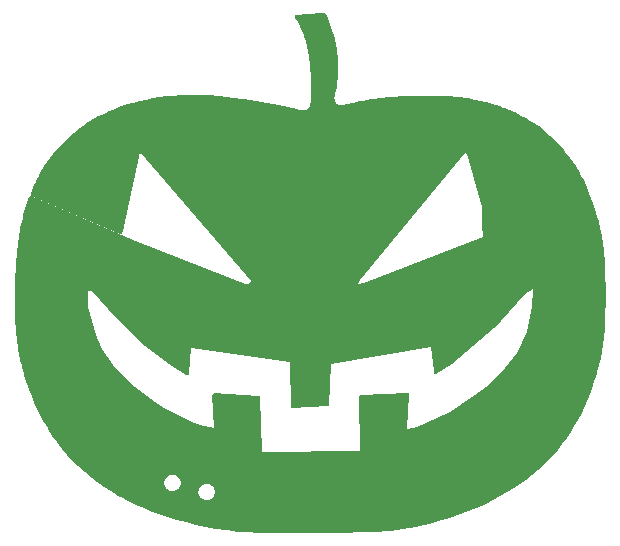
<source format=gtl>
G04 #@! TF.GenerationSoftware,KiCad,Pcbnew,7.0.1-0*
G04 #@! TF.CreationDate,2023-08-23T15:24:57+02:00*
G04 #@! TF.ProjectId,pumpkin,70756d70-6b69-46e2-9e6b-696361645f70,rev?*
G04 #@! TF.SameCoordinates,Original*
G04 #@! TF.FileFunction,Copper,L1,Top*
G04 #@! TF.FilePolarity,Positive*
%FSLAX46Y46*%
G04 Gerber Fmt 4.6, Leading zero omitted, Abs format (unit mm)*
G04 Created by KiCad (PCBNEW 7.0.1-0) date 2023-08-23 15:24:57*
%MOMM*%
%LPD*%
G01*
G04 APERTURE LIST*
G04 APERTURE END LIST*
G04 #@! TA.AperFunction,Conductor*
G36*
X146348412Y-73107919D02*
G01*
X146391384Y-73133855D01*
X146420555Y-73174700D01*
X146580831Y-73537113D01*
X146611425Y-73606290D01*
X146611680Y-73606871D01*
X146626047Y-73639857D01*
X146666519Y-73732780D01*
X146667078Y-73734084D01*
X146719130Y-73857431D01*
X146719689Y-73858777D01*
X146769804Y-73981542D01*
X146770361Y-73982930D01*
X146818508Y-74105063D01*
X146819059Y-74106486D01*
X146865252Y-74228039D01*
X146865700Y-74229241D01*
X146910028Y-74350457D01*
X146910542Y-74351890D01*
X146952952Y-74472656D01*
X146953478Y-74474189D01*
X146993950Y-74594441D01*
X146994465Y-74596004D01*
X147033130Y-74716140D01*
X147033630Y-74717730D01*
X147070436Y-74837588D01*
X147070921Y-74839206D01*
X147105956Y-74959094D01*
X147106423Y-74960733D01*
X147139702Y-75080713D01*
X147140149Y-75082369D01*
X147171663Y-75202409D01*
X147172072Y-75204013D01*
X147189466Y-75274234D01*
X147201857Y-75324259D01*
X147202261Y-75325943D01*
X147230341Y-75446499D01*
X147230723Y-75448191D01*
X147257103Y-75569081D01*
X147257461Y-75570777D01*
X147282199Y-75692271D01*
X147282532Y-75693969D01*
X147305595Y-75815917D01*
X147305903Y-75817610D01*
X147327322Y-75940152D01*
X147327605Y-75941838D01*
X147347431Y-76065277D01*
X147347688Y-76066953D01*
X147365900Y-76191167D01*
X147366132Y-76192828D01*
X147382746Y-76317907D01*
X147382953Y-76319548D01*
X147398001Y-76445710D01*
X147398184Y-76447333D01*
X147411659Y-76574530D01*
X147411818Y-76576127D01*
X147423752Y-76704637D01*
X147423887Y-76706206D01*
X147434265Y-76835821D01*
X147434379Y-76837361D01*
X147443234Y-76968456D01*
X147443327Y-76969965D01*
X147450660Y-77102550D01*
X147450732Y-77104023D01*
X147456543Y-77237961D01*
X147456597Y-77239397D01*
X147460907Y-77375009D01*
X147460944Y-77376408D01*
X147463757Y-77513687D01*
X147463777Y-77515044D01*
X147465110Y-77654791D01*
X147465116Y-77655842D01*
X147465192Y-77727146D01*
X147465190Y-77727893D01*
X147464830Y-77800480D01*
X147464825Y-77801206D01*
X147464030Y-77874703D01*
X147464020Y-77875403D01*
X147462806Y-77949139D01*
X147462793Y-77949820D01*
X147461170Y-78023741D01*
X147461154Y-78024404D01*
X147459119Y-78098919D01*
X147459099Y-78099573D01*
X147456693Y-78173397D01*
X147456671Y-78174041D01*
X147453861Y-78248389D01*
X147453835Y-78249025D01*
X147450673Y-78322665D01*
X147450644Y-78323301D01*
X147447112Y-78396759D01*
X147447080Y-78397396D01*
X147443210Y-78470092D01*
X147443174Y-78470728D01*
X147438978Y-78542587D01*
X147438939Y-78543237D01*
X147434399Y-78614556D01*
X147434355Y-78615212D01*
X147429540Y-78685010D01*
X147429491Y-78685687D01*
X147424346Y-78754762D01*
X147424293Y-78755452D01*
X147418906Y-78822704D01*
X147418847Y-78823419D01*
X147413165Y-78889544D01*
X147413098Y-78890296D01*
X147407170Y-78954688D01*
X147407095Y-78955469D01*
X147400962Y-79017765D01*
X147400878Y-79018592D01*
X147394512Y-79079090D01*
X147394416Y-79079971D01*
X147387877Y-79138121D01*
X147387768Y-79139063D01*
X147381032Y-79195099D01*
X147380905Y-79196114D01*
X147374082Y-79249178D01*
X147373935Y-79250286D01*
X147366973Y-79300823D01*
X147366799Y-79302041D01*
X147360071Y-79347536D01*
X147359744Y-79349624D01*
X147345533Y-79435572D01*
X147344913Y-79439017D01*
X147331657Y-79507174D01*
X147330669Y-79511785D01*
X147318328Y-79564462D01*
X147317137Y-79569137D01*
X147312095Y-79587424D01*
X147311751Y-79588645D01*
X147306133Y-79608237D01*
X147303929Y-79614372D01*
X147294219Y-79649746D01*
X147293840Y-79651098D01*
X147286041Y-79678298D01*
X147285522Y-79679769D01*
X147284851Y-79682328D01*
X147284113Y-79685020D01*
X147283395Y-79687525D01*
X147283098Y-79689013D01*
X147275950Y-79716278D01*
X147275581Y-79717655D01*
X147268562Y-79743226D01*
X147267932Y-79745079D01*
X147267065Y-79748554D01*
X147266343Y-79751311D01*
X147265583Y-79754079D01*
X147265275Y-79755727D01*
X147258847Y-79781479D01*
X147258485Y-79782893D01*
X147252244Y-79806700D01*
X147251517Y-79808930D01*
X147242982Y-79845007D01*
X147242621Y-79846490D01*
X147237152Y-79868398D01*
X147236302Y-79871129D01*
X147228404Y-79906588D01*
X147228040Y-79908173D01*
X147223037Y-79929323D01*
X147221644Y-79934025D01*
X147214936Y-79966964D01*
X147214467Y-79969168D01*
X147207376Y-80001008D01*
X147205961Y-80011037D01*
X147205943Y-80011124D01*
X147202608Y-80023621D01*
X147197726Y-80051272D01*
X147197127Y-80054423D01*
X147193010Y-80074643D01*
X147189981Y-80089517D01*
X147186990Y-80106852D01*
X147186939Y-80107027D01*
X147186938Y-80107032D01*
X147186938Y-80107033D01*
X147186811Y-80107930D01*
X147183400Y-80131983D01*
X147182739Y-80136133D01*
X147178355Y-80160957D01*
X147178326Y-80161891D01*
X147175284Y-80185498D01*
X147173370Y-80193886D01*
X147171958Y-80211140D01*
X147171144Y-80218425D01*
X147167472Y-80244333D01*
X147166447Y-80244187D01*
X147164066Y-80261513D01*
X147162990Y-80265335D01*
X147163476Y-80308262D01*
X147163072Y-80319761D01*
X147162521Y-80326501D01*
X147163757Y-80346687D01*
X147163981Y-80352857D01*
X147164210Y-80373090D01*
X147165247Y-80379765D01*
X147166484Y-80391210D01*
X147169108Y-80434056D01*
X147171806Y-80441520D01*
X147178495Y-80470585D01*
X147182954Y-80512633D01*
X147199157Y-80551910D01*
X147203099Y-80562908D01*
X147211149Y-80589220D01*
X147215531Y-80603542D01*
X147222164Y-80613611D01*
X147233239Y-80634531D01*
X147237838Y-80645679D01*
X147264448Y-80678798D01*
X147271334Y-80688249D01*
X147294704Y-80723725D01*
X147294706Y-80723726D01*
X147294707Y-80723728D01*
X147303910Y-80731522D01*
X147320431Y-80748474D01*
X147327984Y-80757875D01*
X147362846Y-80782156D01*
X147372101Y-80789272D01*
X147404536Y-80816741D01*
X147415556Y-80821624D01*
X147436188Y-80833237D01*
X147446085Y-80840130D01*
X147486375Y-80853603D01*
X147497271Y-80857828D01*
X147536120Y-80875042D01*
X147576599Y-80880394D01*
X147605892Y-80887993D01*
X147611976Y-80890396D01*
X147655819Y-80894373D01*
X147666788Y-80895866D01*
X147674512Y-80897272D01*
X147693669Y-80897983D01*
X147700235Y-80898403D01*
X147719289Y-80900133D01*
X147727120Y-80899722D01*
X147738201Y-80899639D01*
X147766401Y-80900687D01*
X147782189Y-80901274D01*
X147782189Y-80901273D01*
X147782192Y-80901274D01*
X147785170Y-80900518D01*
X147801872Y-80897478D01*
X147809018Y-80896677D01*
X147809024Y-80896678D01*
X147826274Y-80894746D01*
X147833509Y-80894153D01*
X147850839Y-80893246D01*
X147858462Y-80891739D01*
X147882176Y-80889384D01*
X147882528Y-80889384D01*
X147907470Y-80885726D01*
X147911564Y-80885198D01*
X147936617Y-80882395D01*
X147936621Y-80882393D01*
X147939149Y-80882111D01*
X147951881Y-80880295D01*
X147951870Y-80880231D01*
X147960611Y-80878714D01*
X147960614Y-80878714D01*
X147987830Y-80873990D01*
X147991038Y-80873478D01*
X147991142Y-80873462D01*
X148018329Y-80869478D01*
X148018330Y-80869477D01*
X148023546Y-80868713D01*
X148035160Y-80866724D01*
X148035146Y-80866650D01*
X148043858Y-80864941D01*
X148043862Y-80864941D01*
X148072362Y-80859351D01*
X148074931Y-80858876D01*
X148103514Y-80853918D01*
X148103519Y-80853916D01*
X148104979Y-80853663D01*
X148116092Y-80850775D01*
X148118769Y-80850250D01*
X148127575Y-80849097D01*
X148130525Y-80848468D01*
X148130535Y-80848468D01*
X148160730Y-80842037D01*
X148162525Y-80841670D01*
X148192749Y-80835744D01*
X148192748Y-80835744D01*
X148196722Y-80834965D01*
X148200739Y-80833811D01*
X148223260Y-80828728D01*
X148224600Y-80828435D01*
X148255909Y-80821769D01*
X148255913Y-80821767D01*
X148261165Y-80820649D01*
X148263506Y-80819937D01*
X148286369Y-80814494D01*
X148287682Y-80814189D01*
X148312548Y-80808577D01*
X148314417Y-80808273D01*
X148317736Y-80807442D01*
X148320573Y-80806767D01*
X148324300Y-80805926D01*
X148326262Y-80805307D01*
X148350985Y-80799117D01*
X148352104Y-80798843D01*
X148383618Y-80791341D01*
X148383628Y-80791337D01*
X148388706Y-80790128D01*
X148391657Y-80789164D01*
X148416282Y-80782772D01*
X148417190Y-80782540D01*
X148449362Y-80774487D01*
X148449368Y-80774484D01*
X148456212Y-80772771D01*
X148459752Y-80771611D01*
X148712921Y-80708346D01*
X148715533Y-80707725D01*
X148990438Y-80645463D01*
X148992830Y-80644946D01*
X149281261Y-80585634D01*
X149283424Y-80585210D01*
X149584006Y-80529044D01*
X149585943Y-80528699D01*
X149897918Y-80475729D01*
X149899556Y-80475464D01*
X150221796Y-80425804D01*
X150223308Y-80425582D01*
X150554594Y-80379338D01*
X150556135Y-80379132D01*
X150895693Y-80336336D01*
X150897157Y-80336161D01*
X151243786Y-80296896D01*
X151245190Y-80296745D01*
X151598242Y-80261028D01*
X151599337Y-80260924D01*
X151957725Y-80228811D01*
X151958830Y-80228718D01*
X152321590Y-80200259D01*
X152322691Y-80200179D01*
X152688754Y-80175417D01*
X152689736Y-80175356D01*
X153058406Y-80154312D01*
X153059563Y-80154253D01*
X153429306Y-80136993D01*
X153430520Y-80136943D01*
X153801211Y-80123458D01*
X153802127Y-80123429D01*
X154172287Y-80113773D01*
X154173490Y-80113747D01*
X154542299Y-80107942D01*
X154543495Y-80107930D01*
X154909991Y-80106001D01*
X154911114Y-80106001D01*
X155274488Y-80107970D01*
X155275715Y-80107984D01*
X155634858Y-80113875D01*
X155636159Y-80113903D01*
X155990289Y-80123737D01*
X155991547Y-80123779D01*
X156339673Y-80137573D01*
X156340990Y-80137633D01*
X156681943Y-80155388D01*
X156683341Y-80155470D01*
X157016501Y-80177214D01*
X157018060Y-80177328D01*
X157341958Y-80203029D01*
X157343661Y-80203177D01*
X157657715Y-80232858D01*
X157659541Y-80233046D01*
X157962394Y-80266656D01*
X157964507Y-80266910D01*
X158255199Y-80304418D01*
X158257597Y-80304750D01*
X158535063Y-80346096D01*
X158537595Y-80346501D01*
X158800798Y-80391603D01*
X158803737Y-80392144D01*
X159051614Y-80440898D01*
X159054763Y-80441561D01*
X159534268Y-80549223D01*
X159537519Y-80550001D01*
X160005338Y-80668505D01*
X160008691Y-80669405D01*
X160364416Y-80770254D01*
X160464916Y-80798746D01*
X160468372Y-80799780D01*
X160899764Y-80935754D01*
X160913042Y-80939939D01*
X160916572Y-80941110D01*
X161349765Y-81092080D01*
X161353345Y-81093390D01*
X161450306Y-81130576D01*
X158180000Y-84980000D01*
X158180631Y-84980105D01*
X157789982Y-85440020D01*
X149329999Y-95689999D01*
X149119999Y-96039999D01*
X149120000Y-96039998D01*
X149120000Y-96040000D01*
X149690000Y-95980000D01*
X159700000Y-92050000D01*
X159675248Y-91031063D01*
X159640000Y-89580001D01*
X159633469Y-89555591D01*
X158420000Y-85020000D01*
X161606865Y-81190621D01*
X161775232Y-81255195D01*
X161778812Y-81256634D01*
X162044672Y-81368403D01*
X162189323Y-81429215D01*
X162193019Y-81430840D01*
X162592334Y-81614232D01*
X162596012Y-81615996D01*
X162666938Y-81651478D01*
X162984200Y-81810193D01*
X162987941Y-81812144D01*
X163365233Y-82017226D01*
X163368937Y-82019325D01*
X163735270Y-82235225D01*
X163738984Y-82237502D01*
X163955513Y-82375613D01*
X164094579Y-82464315D01*
X164098267Y-82466761D01*
X164443257Y-82704546D01*
X164446853Y-82707121D01*
X164781399Y-82955969D01*
X164784882Y-82958660D01*
X165109012Y-83218576D01*
X165112462Y-83221447D01*
X165426300Y-83492515D01*
X165429646Y-83495514D01*
X165502780Y-83563506D01*
X165733320Y-83777840D01*
X165736580Y-83780984D01*
X165867640Y-83912073D01*
X166030195Y-84074665D01*
X166033292Y-84077878D01*
X166206956Y-84264701D01*
X166316936Y-84383014D01*
X166319897Y-84386315D01*
X166593735Y-84703108D01*
X166596523Y-84706452D01*
X166717068Y-84856422D01*
X166860516Y-85034887D01*
X166863196Y-85038345D01*
X167117444Y-85378575D01*
X167119963Y-85382070D01*
X167364524Y-85734219D01*
X167366878Y-85737735D01*
X167601806Y-86101931D01*
X167603993Y-86105450D01*
X167829297Y-86481762D01*
X167831321Y-86485271D01*
X168047063Y-86873874D01*
X168048925Y-86877357D01*
X168255095Y-87278299D01*
X168256800Y-87281744D01*
X168453422Y-87695147D01*
X168454975Y-87698544D01*
X168642038Y-88124463D01*
X168643445Y-88127800D01*
X168820934Y-88566275D01*
X168822204Y-88569543D01*
X168990154Y-89020736D01*
X168991294Y-89023931D01*
X169150603Y-89490564D01*
X169151279Y-89492603D01*
X169220222Y-89706600D01*
X169220541Y-89707606D01*
X169287030Y-89920168D01*
X169287366Y-89921258D01*
X169350668Y-90130361D01*
X169351016Y-90131532D01*
X169411161Y-90337508D01*
X169411520Y-90338761D01*
X169468574Y-90542064D01*
X169468938Y-90543389D01*
X169523028Y-90744679D01*
X169523394Y-90746073D01*
X169574557Y-90945703D01*
X169574920Y-90947156D01*
X169623259Y-91145711D01*
X169623615Y-91147216D01*
X169669201Y-91345171D01*
X169669547Y-91346717D01*
X169712494Y-91544748D01*
X169712825Y-91546324D01*
X169753184Y-91744830D01*
X169753472Y-91746294D01*
X169791370Y-91946081D01*
X169791644Y-91947582D01*
X169827070Y-92148728D01*
X169827341Y-92150325D01*
X169846410Y-92267547D01*
X163269999Y-96879999D01*
X163270000Y-96879999D01*
X161255614Y-99223467D01*
X161243538Y-99235690D01*
X157148157Y-102842815D01*
X157130716Y-102855656D01*
X155797366Y-103668028D01*
X155738286Y-103686015D01*
X155677858Y-103673274D01*
X155631069Y-103632966D01*
X155609526Y-103575088D01*
X155597263Y-103458344D01*
X155380000Y-101390000D01*
X155379999Y-101390000D01*
X146870000Y-102829999D01*
X146870000Y-102830000D01*
X146715057Y-106306524D01*
X146697603Y-106364643D01*
X146654662Y-106407521D01*
X146596517Y-106424888D01*
X143586078Y-106554568D01*
X143522778Y-106540302D01*
X143475350Y-106496019D01*
X143456781Y-106433847D01*
X143360000Y-102640000D01*
X143359999Y-102639999D01*
X135010000Y-101499999D01*
X134808627Y-103678480D01*
X134787304Y-103737360D01*
X134739929Y-103778312D01*
X134678583Y-103790892D01*
X134618915Y-103771891D01*
X133451305Y-103034076D01*
X133164055Y-102852562D01*
X133156159Y-102847135D01*
X130768436Y-101066291D01*
X130752747Y-101052378D01*
X129410532Y-99642031D01*
X128790520Y-98990546D01*
X128789467Y-98989424D01*
X126520000Y-96540000D01*
X126519999Y-96540000D01*
X126260000Y-96690000D01*
X126310000Y-97970000D01*
X126960001Y-100400004D01*
X127469997Y-101559995D01*
X127469999Y-101559998D01*
X127470000Y-101560000D01*
X128400000Y-102920000D01*
X129900000Y-104520000D01*
X129900004Y-104520003D01*
X131279998Y-105579999D01*
X131944808Y-106015564D01*
X132730000Y-106530000D01*
X135140000Y-107770000D01*
X136116070Y-108080153D01*
X136210000Y-108110000D01*
X136969999Y-108270000D01*
X136969998Y-108269999D01*
X136970000Y-108270000D01*
X136826975Y-105457190D01*
X136842406Y-105390702D01*
X136890687Y-105342450D01*
X136957188Y-105327061D01*
X140784591Y-105524059D01*
X140843192Y-105542283D01*
X140885879Y-105586377D01*
X140902193Y-105645541D01*
X140990000Y-110269999D01*
X140990000Y-110270000D01*
X149360000Y-110230000D01*
X149252797Y-105581324D01*
X149267552Y-105519743D01*
X149310792Y-105473475D01*
X149371236Y-105454592D01*
X153372641Y-105276126D01*
X153439067Y-105291990D01*
X153487020Y-105340618D01*
X153501952Y-105407261D01*
X153329999Y-108339999D01*
X153330000Y-108339998D01*
X153330000Y-108340000D01*
X154190000Y-108130000D01*
X156910000Y-106860000D01*
X158810000Y-105620000D01*
X159980000Y-104810000D01*
X161230000Y-103610000D01*
X162610000Y-101870000D01*
X163450000Y-100090000D01*
X163920000Y-97970000D01*
X164000000Y-96470000D01*
X164605536Y-96052508D01*
X169870703Y-92422392D01*
X169889241Y-92546425D01*
X169891462Y-92561281D01*
X169891684Y-92562836D01*
X169920240Y-92771983D01*
X169920438Y-92773501D01*
X169946849Y-92986521D01*
X169947022Y-92987992D01*
X169971304Y-93205041D01*
X169971455Y-93206459D01*
X169993713Y-93428510D01*
X169993841Y-93429868D01*
X170014092Y-93657052D01*
X170014201Y-93658345D01*
X170032511Y-93891280D01*
X170032601Y-93892502D01*
X170049042Y-94131924D01*
X170049115Y-94133076D01*
X170063700Y-94378949D01*
X170063760Y-94380026D01*
X170076589Y-94633577D01*
X170076635Y-94634581D01*
X170087716Y-94895488D01*
X170087752Y-94896417D01*
X170097165Y-95165652D01*
X170097192Y-95166510D01*
X170104979Y-95444294D01*
X170104999Y-95445079D01*
X170111233Y-95732374D01*
X170111246Y-95733093D01*
X170115960Y-96029619D01*
X170115969Y-96030270D01*
X170119236Y-96337224D01*
X170119241Y-96337813D01*
X170121110Y-96654831D01*
X170121112Y-96655360D01*
X170121647Y-96983742D01*
X170121647Y-96984211D01*
X170120921Y-97321104D01*
X170120919Y-97321593D01*
X170118944Y-97645494D01*
X170118939Y-97646054D01*
X170115630Y-97957747D01*
X170115622Y-97958383D01*
X170110895Y-98258695D01*
X170110881Y-98259409D01*
X170104663Y-98548602D01*
X170104644Y-98549401D01*
X170096848Y-98828323D01*
X170096820Y-98829208D01*
X170087375Y-99098264D01*
X170087337Y-99099239D01*
X170076159Y-99359295D01*
X170076108Y-99360362D01*
X170063141Y-99611574D01*
X170063076Y-99612731D01*
X170048223Y-99856252D01*
X170048140Y-99857503D01*
X170031339Y-100093650D01*
X170031237Y-100094986D01*
X170012407Y-100324577D01*
X170012282Y-100325997D01*
X169991360Y-100549513D01*
X169991211Y-100551010D01*
X169968102Y-100769319D01*
X169967926Y-100770884D01*
X169942572Y-100984448D01*
X169942369Y-100986070D01*
X169914677Y-101195691D01*
X169914445Y-101197357D01*
X169884326Y-101403743D01*
X169884068Y-101405428D01*
X169883299Y-101410232D01*
X169851430Y-101609251D01*
X169851144Y-101610962D01*
X169815909Y-101812860D01*
X169815597Y-101814574D01*
X169777651Y-102015312D01*
X169777318Y-102017009D01*
X169736559Y-102217281D01*
X169736209Y-102218945D01*
X169692520Y-102419500D01*
X169692156Y-102421118D01*
X169645427Y-102622631D01*
X169645055Y-102624187D01*
X169595219Y-102827165D01*
X169594845Y-102828649D01*
X169541711Y-103034076D01*
X169541340Y-103035477D01*
X169484873Y-103243718D01*
X169484511Y-103245026D01*
X169424496Y-103457130D01*
X169424146Y-103458344D01*
X169360569Y-103674602D01*
X169360236Y-103675714D01*
X169292967Y-103896859D01*
X169292655Y-103897869D01*
X169221544Y-104124681D01*
X169221255Y-104125590D01*
X169146275Y-104358456D01*
X169146012Y-104359263D01*
X169068424Y-104594691D01*
X169067625Y-104597038D01*
X168849022Y-105218288D01*
X168847536Y-105222289D01*
X168612621Y-105823018D01*
X168610953Y-105827070D01*
X168358290Y-106411423D01*
X168356435Y-106415510D01*
X168085937Y-106983728D01*
X168083891Y-106987828D01*
X167795588Y-107539904D01*
X167793350Y-107544000D01*
X167487149Y-108080153D01*
X167484721Y-108084222D01*
X167160530Y-108604637D01*
X167157915Y-108608659D01*
X166815680Y-109113431D01*
X166812887Y-109117382D01*
X166452520Y-109606653D01*
X166449559Y-109610513D01*
X166070888Y-110084507D01*
X166067771Y-110088255D01*
X165670710Y-110547056D01*
X165667452Y-110550674D01*
X165251904Y-110994373D01*
X165248523Y-110997845D01*
X164814244Y-111426660D01*
X164810760Y-111429970D01*
X164357644Y-111843959D01*
X164354075Y-111847096D01*
X163881999Y-112246324D01*
X163878367Y-112249280D01*
X163387104Y-112633879D01*
X163383428Y-112636648D01*
X162872878Y-113006637D01*
X162869181Y-113009215D01*
X162339152Y-113364674D01*
X162335451Y-113367062D01*
X161785763Y-113708042D01*
X161782076Y-113710241D01*
X161212713Y-114036695D01*
X161209058Y-114038710D01*
X160619708Y-114350756D01*
X160616100Y-114352592D01*
X160006751Y-114650176D01*
X160003201Y-114651840D01*
X159373737Y-114934966D01*
X159370258Y-114936468D01*
X158720508Y-115205162D01*
X158717109Y-115206509D01*
X158047023Y-115460746D01*
X158043711Y-115461949D01*
X157353176Y-115701729D01*
X157349958Y-115702797D01*
X156638910Y-115928109D01*
X156635789Y-115929053D01*
X155904192Y-116139875D01*
X155901172Y-116140704D01*
X155148807Y-116337077D01*
X155145889Y-116337801D01*
X154372916Y-116519658D01*
X154370102Y-116520286D01*
X153576265Y-116687674D01*
X153573554Y-116688214D01*
X152757318Y-116841406D01*
X152755348Y-116841759D01*
X152654290Y-116859042D01*
X152652981Y-116859259D01*
X152547910Y-116876073D01*
X152546599Y-116876276D01*
X152438421Y-116892402D01*
X152437121Y-116892589D01*
X152325398Y-116908036D01*
X152324130Y-116908204D01*
X152208324Y-116923000D01*
X152207092Y-116923151D01*
X152086754Y-116937303D01*
X152085576Y-116937436D01*
X151959964Y-116950992D01*
X151958842Y-116951108D01*
X151827584Y-116964067D01*
X151826523Y-116964167D01*
X151689278Y-116976527D01*
X151688284Y-116976613D01*
X151544229Y-116988418D01*
X151543302Y-116988490D01*
X151392182Y-116999734D01*
X151391319Y-116999795D01*
X151232716Y-117010484D01*
X151231922Y-117010535D01*
X151065293Y-117020691D01*
X151064562Y-117020734D01*
X150889203Y-117030383D01*
X150888532Y-117030418D01*
X150704552Y-117039542D01*
X150703941Y-117039571D01*
X150510178Y-117048223D01*
X150509620Y-117048246D01*
X150306434Y-117056401D01*
X150305927Y-117056421D01*
X150091836Y-117064137D01*
X150091378Y-117064152D01*
X149867121Y-117071404D01*
X149866706Y-117071417D01*
X149630724Y-117078258D01*
X149630350Y-117078268D01*
X149383262Y-117084684D01*
X149382924Y-117084693D01*
X149122797Y-117090738D01*
X149122494Y-117090744D01*
X148850598Y-117096399D01*
X148850326Y-117096405D01*
X148564847Y-117101716D01*
X148564604Y-117101720D01*
X148265621Y-117106695D01*
X148265403Y-117106698D01*
X147952512Y-117111355D01*
X147952318Y-117111358D01*
X147624895Y-117115718D01*
X147624723Y-117115720D01*
X147283241Y-117119793D01*
X147283088Y-117119795D01*
X146925028Y-117123624D01*
X146924893Y-117123625D01*
X146552128Y-117127206D01*
X146162052Y-117130577D01*
X145755222Y-117133747D01*
X145755088Y-117133748D01*
X145466746Y-117135683D01*
X145466575Y-117135684D01*
X145177638Y-117137225D01*
X145177469Y-117137226D01*
X144890254Y-117138366D01*
X144890089Y-117138367D01*
X144603237Y-117139123D01*
X144603071Y-117139123D01*
X144319059Y-117139492D01*
X144318898Y-117139492D01*
X144037067Y-117139491D01*
X144036903Y-117139447D01*
X144036903Y-117139491D01*
X143757127Y-117139118D01*
X143756964Y-117139074D01*
X143756964Y-117139118D01*
X143480587Y-117138384D01*
X143480584Y-117138383D01*
X143480420Y-117138383D01*
X143210390Y-117137304D01*
X143207154Y-117137292D01*
X143207144Y-117137291D01*
X143206985Y-117137291D01*
X142939126Y-117135858D01*
X142938954Y-117135857D01*
X142674152Y-117134074D01*
X142673978Y-117134026D01*
X142673978Y-117134073D01*
X142414538Y-117131959D01*
X142414530Y-117131958D01*
X142414355Y-117131957D01*
X142160369Y-117129516D01*
X142160181Y-117129514D01*
X141911852Y-117126751D01*
X141911656Y-117126696D01*
X141911656Y-117126749D01*
X141669484Y-117123669D01*
X141669427Y-117123668D01*
X141669278Y-117123666D01*
X141434062Y-117120285D01*
X141433843Y-117120223D01*
X141433843Y-117120282D01*
X141205552Y-117116596D01*
X141205320Y-117116592D01*
X140984513Y-117112613D01*
X140984262Y-117112608D01*
X140771961Y-117108352D01*
X140771690Y-117108346D01*
X140567563Y-117103808D01*
X140567264Y-117103801D01*
X140372459Y-117099000D01*
X140372134Y-117098905D01*
X140372132Y-117098992D01*
X140186265Y-117093919D01*
X140185896Y-117093908D01*
X140010203Y-117088590D01*
X140009788Y-117088577D01*
X139844631Y-117083024D01*
X139844153Y-117083007D01*
X139689752Y-117077219D01*
X139689198Y-117077197D01*
X139546232Y-117071197D01*
X139545571Y-117071167D01*
X139414924Y-117064986D01*
X139414126Y-117064946D01*
X139296088Y-117058599D01*
X139295097Y-117058542D01*
X139190659Y-117052087D01*
X139189384Y-117052001D01*
X139099268Y-117045499D01*
X139097572Y-117045365D01*
X139023805Y-117039024D01*
X139021421Y-117038796D01*
X138964712Y-117032816D01*
X138961619Y-117032451D01*
X138056201Y-116913913D01*
X138053139Y-116913473D01*
X137169470Y-116775279D01*
X137166300Y-116774741D01*
X136304798Y-116617032D01*
X136301522Y-116616387D01*
X135462131Y-116439240D01*
X135458748Y-116438476D01*
X134641627Y-116242013D01*
X134638141Y-116241121D01*
X133843319Y-116025440D01*
X133839732Y-116024409D01*
X133067202Y-115789599D01*
X133063520Y-115788416D01*
X132313453Y-115534624D01*
X132309682Y-115533280D01*
X131581971Y-115260567D01*
X131578119Y-115259050D01*
X130872795Y-114967519D01*
X130868873Y-114965818D01*
X130573981Y-114831851D01*
X130185995Y-114655591D01*
X130182047Y-114653712D01*
X129521566Y-114324859D01*
X129517566Y-114322775D01*
X129253260Y-114178882D01*
X128879562Y-113975434D01*
X128875512Y-113973130D01*
X128505512Y-113753284D01*
X135648389Y-113753284D01*
X135689098Y-113918453D01*
X135750118Y-114034715D01*
X135768155Y-114069081D01*
X135880960Y-114196412D01*
X136020959Y-114293047D01*
X136180017Y-114353369D01*
X136306517Y-114368729D01*
X136391260Y-114368729D01*
X136391261Y-114368729D01*
X136517761Y-114353369D01*
X136676819Y-114293047D01*
X136816818Y-114196412D01*
X136929623Y-114069081D01*
X137008679Y-113918454D01*
X137049389Y-113753285D01*
X137049389Y-113583173D01*
X137008679Y-113418004D01*
X136929623Y-113267377D01*
X136816818Y-113140046D01*
X136816817Y-113140045D01*
X136816816Y-113140044D01*
X136676819Y-113043411D01*
X136517761Y-112983089D01*
X136466181Y-112976826D01*
X136391261Y-112967729D01*
X136306517Y-112967729D01*
X136243266Y-112975409D01*
X136180016Y-112983089D01*
X136020958Y-113043411D01*
X135880961Y-113140044D01*
X135768154Y-113267378D01*
X135689098Y-113418004D01*
X135664800Y-113516589D01*
X135649933Y-113576911D01*
X135648389Y-113583174D01*
X135648389Y-113753284D01*
X128505512Y-113753284D01*
X128259864Y-113607325D01*
X128255806Y-113604807D01*
X127662519Y-113220627D01*
X127658473Y-113217892D01*
X127325393Y-112983089D01*
X127316510Y-112976827D01*
X132750611Y-112976827D01*
X132756640Y-113001288D01*
X132791320Y-113141995D01*
X132815676Y-113188400D01*
X132870377Y-113292623D01*
X132982673Y-113419379D01*
X132983183Y-113419955D01*
X133028562Y-113451278D01*
X133123181Y-113516589D01*
X133282239Y-113576911D01*
X133408739Y-113592271D01*
X133493482Y-113592271D01*
X133493483Y-113592271D01*
X133619983Y-113576911D01*
X133779041Y-113516589D01*
X133919040Y-113419954D01*
X134031845Y-113292623D01*
X134110901Y-113141996D01*
X134151611Y-112976827D01*
X134151611Y-112806715D01*
X134110901Y-112641546D01*
X134031845Y-112490919D01*
X133919040Y-112363588D01*
X133919039Y-112363587D01*
X133919038Y-112363586D01*
X133779041Y-112266953D01*
X133619983Y-112206631D01*
X133619982Y-112206630D01*
X133493483Y-112191271D01*
X133408739Y-112191271D01*
X133345489Y-112198950D01*
X133282238Y-112206631D01*
X133123180Y-112266953D01*
X132983183Y-112363586D01*
X132870376Y-112490920D01*
X132791320Y-112641546D01*
X132770443Y-112726252D01*
X132750611Y-112806715D01*
X132750611Y-112976827D01*
X127316510Y-112976827D01*
X127087520Y-112815401D01*
X127083517Y-112812457D01*
X126963507Y-112720424D01*
X126664238Y-112490920D01*
X126534850Y-112391695D01*
X126530893Y-112388530D01*
X126004456Y-111949520D01*
X126000599Y-111946166D01*
X125496261Y-111488846D01*
X125492559Y-111485345D01*
X125010373Y-111009796D01*
X125006738Y-111006056D01*
X124637389Y-110609637D01*
X124546669Y-110512268D01*
X124543172Y-110508351D01*
X124339298Y-110270000D01*
X124105163Y-109996269D01*
X124101823Y-109992192D01*
X123685836Y-109461754D01*
X123682710Y-109457589D01*
X123288705Y-108908693D01*
X123285741Y-108904372D01*
X122913780Y-108337037D01*
X122911021Y-108332632D01*
X122873613Y-108270000D01*
X122561093Y-107746743D01*
X122558550Y-107742277D01*
X122495594Y-107626197D01*
X122230675Y-107137737D01*
X122228359Y-107133249D01*
X122157017Y-106987828D01*
X121922601Y-106510001D01*
X121920500Y-106505489D01*
X121888856Y-106433847D01*
X121636928Y-105863472D01*
X121635043Y-105858968D01*
X121521069Y-105570725D01*
X121373735Y-105198113D01*
X121372072Y-105193658D01*
X121275435Y-104918752D01*
X121133098Y-104513843D01*
X121131654Y-104509470D01*
X120913908Y-103806728D01*
X120913125Y-103804096D01*
X120851831Y-103588875D01*
X120851512Y-103587735D01*
X120815994Y-103458344D01*
X120791856Y-103370409D01*
X120791597Y-103369446D01*
X120734723Y-103153845D01*
X120734452Y-103152796D01*
X120680367Y-102938776D01*
X120680090Y-102937653D01*
X120628678Y-102724599D01*
X120628425Y-102723525D01*
X120579689Y-102511281D01*
X120579441Y-102510169D01*
X120533311Y-102298269D01*
X120533068Y-102297124D01*
X120489523Y-102085335D01*
X120489293Y-102084185D01*
X120448275Y-101872071D01*
X120448010Y-101870651D01*
X120447008Y-101865120D01*
X120409523Y-101658110D01*
X120409271Y-101656669D01*
X120405698Y-101635502D01*
X120373228Y-101443123D01*
X120372992Y-101441669D01*
X120339342Y-101226673D01*
X120339123Y-101225214D01*
X120335102Y-101197357D01*
X120307838Y-101008466D01*
X120307679Y-101007320D01*
X120278687Y-100788186D01*
X120278518Y-100786841D01*
X120276407Y-100769319D01*
X120251865Y-100565590D01*
X120251703Y-100564179D01*
X120250190Y-100550278D01*
X120227288Y-100339894D01*
X120227150Y-100338551D01*
X120210783Y-100170737D01*
X120204999Y-100111434D01*
X120204881Y-100110156D01*
X120203513Y-100094347D01*
X120184896Y-99879153D01*
X120184795Y-99877894D01*
X120174819Y-99746353D01*
X120166999Y-99643241D01*
X120166914Y-99642031D01*
X120151244Y-99402900D01*
X120151191Y-99402031D01*
X120137627Y-99158161D01*
X120137582Y-99157265D01*
X120126123Y-98908798D01*
X120126080Y-98907768D01*
X120125646Y-98896042D01*
X120116678Y-98653946D01*
X120116654Y-98653221D01*
X120109285Y-98393756D01*
X120109266Y-98392989D01*
X120103905Y-98127517D01*
X120103897Y-98127026D01*
X120100517Y-97855321D01*
X120100512Y-97854796D01*
X120099088Y-97576546D01*
X120099087Y-97576057D01*
X120099588Y-97291024D01*
X120099592Y-97290317D01*
X120099630Y-97285694D01*
X120101993Y-96997950D01*
X120106267Y-96697901D01*
X120112385Y-96389820D01*
X120120289Y-96074652D01*
X120120310Y-96073910D01*
X120120984Y-96052508D01*
X120132654Y-95682017D01*
X120132674Y-95681460D01*
X120147879Y-95299537D01*
X120147913Y-95298779D01*
X120166038Y-94926385D01*
X120166096Y-94925299D01*
X120167220Y-94905963D01*
X120187197Y-94562175D01*
X120187271Y-94561015D01*
X120211435Y-94206362D01*
X120211504Y-94205417D01*
X120238768Y-93859293D01*
X120238882Y-93857943D01*
X120249364Y-93741514D01*
X120269321Y-93519833D01*
X120269437Y-93518628D01*
X120303096Y-93188368D01*
X120303237Y-93187061D01*
X120340182Y-92864252D01*
X120340356Y-92862825D01*
X120380635Y-92547230D01*
X120380850Y-92545630D01*
X120394599Y-92448437D01*
X120424527Y-92236869D01*
X120424762Y-92235295D01*
X120471897Y-91933044D01*
X120472169Y-91931380D01*
X120522790Y-91635479D01*
X120523115Y-91633661D01*
X120577337Y-91343458D01*
X120577679Y-91341706D01*
X120635529Y-91057067D01*
X120635936Y-91055147D01*
X120697464Y-90775773D01*
X120697888Y-90773918D01*
X120763203Y-90499271D01*
X120763674Y-90497362D01*
X120832801Y-90227275D01*
X120833321Y-90225314D01*
X120906342Y-89959389D01*
X120906912Y-89957385D01*
X120983927Y-89695178D01*
X120984481Y-89693348D01*
X121065597Y-89434417D01*
X121066178Y-89432622D01*
X121151366Y-89176954D01*
X121152040Y-89174990D01*
X121241462Y-88922000D01*
X121242159Y-88920085D01*
X121335853Y-88669545D01*
X121336570Y-88667678D01*
X121346760Y-88641860D01*
X121386153Y-88589364D01*
X121446832Y-88564329D01*
X121511784Y-88573776D01*
X130100000Y-92330000D01*
X139830000Y-96140000D01*
X140110000Y-95810000D01*
X139780000Y-95380000D01*
X139690632Y-95277094D01*
X130670001Y-84890000D01*
X130669999Y-84890000D01*
X129293432Y-91553383D01*
X129287896Y-91569044D01*
X121581973Y-88069565D01*
X121645947Y-87922962D01*
X121646783Y-87921091D01*
X121758574Y-87676594D01*
X121759448Y-87674727D01*
X121850190Y-87484881D01*
X121875974Y-87430934D01*
X121876838Y-87429164D01*
X121998309Y-87185511D01*
X121999165Y-87183829D01*
X122125637Y-86940076D01*
X122126403Y-86938627D01*
X122256066Y-86697991D01*
X122257687Y-86695082D01*
X122511257Y-86254507D01*
X122513886Y-86250151D01*
X122519741Y-86240884D01*
X122780743Y-85827745D01*
X122783581Y-85823454D01*
X122823240Y-85766108D01*
X123065534Y-85415755D01*
X123068535Y-85411604D01*
X123365485Y-85018515D01*
X123368678Y-85014469D01*
X123680362Y-84636133D01*
X123683770Y-84632171D01*
X124010122Y-84268492D01*
X124013639Y-84264735D01*
X124354552Y-83915701D01*
X124358212Y-83912109D01*
X124713500Y-83577801D01*
X124717353Y-83574327D01*
X125086894Y-83254775D01*
X125090842Y-83251501D01*
X125474636Y-82946653D01*
X125478611Y-82943627D01*
X125876464Y-82653601D01*
X125880560Y-82650741D01*
X126292382Y-82375589D01*
X126296545Y-82372927D01*
X126722207Y-82112736D01*
X126726442Y-82110261D01*
X127165843Y-81865105D01*
X127170056Y-81862861D01*
X127623134Y-81632810D01*
X127627377Y-81630757D01*
X128093973Y-81415936D01*
X128098198Y-81414087D01*
X128578178Y-81214613D01*
X128582390Y-81212952D01*
X129075691Y-81028918D01*
X129079763Y-81027481D01*
X129586202Y-80859027D01*
X129590337Y-80857733D01*
X130109693Y-80705012D01*
X130113695Y-80703909D01*
X130645995Y-80567005D01*
X130649919Y-80566066D01*
X131194847Y-80445153D01*
X131198706Y-80444363D01*
X131756116Y-80339572D01*
X131759882Y-80338925D01*
X132329596Y-80250389D01*
X132333315Y-80249869D01*
X132915255Y-80177710D01*
X132918843Y-80177320D01*
X133512571Y-80121701D01*
X133516145Y-80121419D01*
X134121776Y-80082443D01*
X134125145Y-80082274D01*
X134742341Y-80060087D01*
X134745643Y-80060014D01*
X135374166Y-80054746D01*
X135377367Y-80054762D01*
X136017092Y-80066536D01*
X136020175Y-80066632D01*
X136670848Y-80095574D01*
X136673928Y-80095751D01*
X137337415Y-80142127D01*
X137339543Y-80142295D01*
X137503071Y-80156673D01*
X137504154Y-80156774D01*
X137681630Y-80174130D01*
X137682268Y-80174195D01*
X137870715Y-80194228D01*
X137871197Y-80194280D01*
X138066944Y-80216543D01*
X138069594Y-80216845D01*
X138070393Y-80216939D01*
X138082744Y-80218425D01*
X138277427Y-80241849D01*
X138277568Y-80241866D01*
X138492820Y-80269042D01*
X138493418Y-80269119D01*
X138715848Y-80298400D01*
X138716247Y-80298453D01*
X138945037Y-80329704D01*
X138945216Y-80329729D01*
X139179465Y-80362806D01*
X139179886Y-80362866D01*
X139418879Y-80397643D01*
X139419098Y-80397675D01*
X139662122Y-80434035D01*
X139908083Y-80471797D01*
X140156396Y-80510861D01*
X140156578Y-80510890D01*
X140406153Y-80551075D01*
X140656079Y-80592226D01*
X140906270Y-80634325D01*
X141154974Y-80677078D01*
X141401614Y-80720381D01*
X141401641Y-80720386D01*
X141402087Y-80720465D01*
X141610683Y-80757875D01*
X141646275Y-80764258D01*
X141646707Y-80764336D01*
X141887069Y-80808377D01*
X142088707Y-80846141D01*
X142123555Y-80852668D01*
X142124057Y-80852763D01*
X142130087Y-80853918D01*
X142355032Y-80897008D01*
X142580386Y-80941202D01*
X142580554Y-80941236D01*
X142799021Y-80985151D01*
X142799569Y-80985263D01*
X143009900Y-81028666D01*
X143010431Y-81028777D01*
X143212396Y-81071642D01*
X143212856Y-81071741D01*
X143346419Y-81100967D01*
X143405469Y-81113888D01*
X143406326Y-81114079D01*
X143467763Y-81127979D01*
X143588461Y-81155287D01*
X143589158Y-81155447D01*
X143760203Y-81195611D01*
X143761150Y-81195839D01*
X143919655Y-81234643D01*
X143921006Y-81234982D01*
X143961301Y-81245328D01*
X144066119Y-81272240D01*
X144067522Y-81272611D01*
X144160048Y-81297718D01*
X144160232Y-81297782D01*
X144168695Y-81300075D01*
X144168701Y-81300078D01*
X144202592Y-81309262D01*
X144235158Y-81318099D01*
X144246334Y-81321710D01*
X144251847Y-81323786D01*
X144256304Y-81324769D01*
X144263817Y-81327540D01*
X144275915Y-81330040D01*
X144275917Y-81330041D01*
X144286336Y-81332194D01*
X144293647Y-81333938D01*
X144298321Y-81335205D01*
X144299606Y-81335362D01*
X144309605Y-81337004D01*
X144342413Y-81343784D01*
X144343824Y-81344085D01*
X144374779Y-81350919D01*
X144374786Y-81350919D01*
X144378073Y-81351645D01*
X144381432Y-81351850D01*
X144381441Y-81351852D01*
X144413167Y-81353790D01*
X144414440Y-81353876D01*
X144482235Y-81358933D01*
X144482239Y-81358932D01*
X144499923Y-81360251D01*
X144503431Y-81360034D01*
X144541766Y-81363429D01*
X144576934Y-81356399D01*
X144591078Y-81354412D01*
X144626832Y-81351482D01*
X144680277Y-81330912D01*
X144704196Y-81324366D01*
X144720742Y-81321579D01*
X144753861Y-81305477D01*
X144766703Y-81300105D01*
X144767331Y-81299883D01*
X144790642Y-81287660D01*
X144794005Y-81285962D01*
X144856127Y-81255763D01*
X144858003Y-81254450D01*
X144862761Y-81249849D01*
X144862765Y-81249848D01*
X144907700Y-81206406D01*
X144910422Y-81203855D01*
X144911212Y-81203135D01*
X144929890Y-81186147D01*
X144930304Y-81185644D01*
X144939758Y-81175414D01*
X144966240Y-81149815D01*
X144969873Y-81143419D01*
X144991396Y-81115623D01*
X145006523Y-81100967D01*
X145037155Y-81046905D01*
X145039103Y-81043590D01*
X145071429Y-80990522D01*
X145080687Y-80955921D01*
X145084701Y-80943561D01*
X145093601Y-80920375D01*
X145093873Y-80919674D01*
X145097453Y-80910519D01*
X145106202Y-80888145D01*
X145106203Y-80888137D01*
X145106769Y-80886692D01*
X145107115Y-80885170D01*
X145107118Y-80885163D01*
X145114616Y-80852200D01*
X145114775Y-80851514D01*
X145115488Y-80848468D01*
X145129906Y-80786864D01*
X145131315Y-80781414D01*
X145134479Y-80770254D01*
X145135484Y-80762755D01*
X145137470Y-80751746D01*
X145139153Y-80744352D01*
X145140723Y-80724973D01*
X145141418Y-80718515D01*
X145142240Y-80712393D01*
X145147442Y-80673614D01*
X145149666Y-80661583D01*
X145150803Y-80656771D01*
X145150802Y-80656771D01*
X145150804Y-80656767D01*
X145152769Y-80634799D01*
X145153377Y-80629368D01*
X145155491Y-80613611D01*
X145156305Y-80607544D01*
X145156304Y-80607539D01*
X145157238Y-80600584D01*
X145156691Y-80600547D01*
X145159025Y-80566054D01*
X145159252Y-80562703D01*
X145159462Y-80560032D01*
X145159705Y-80557322D01*
X145162050Y-80531131D01*
X145162049Y-80531122D01*
X145162390Y-80527319D01*
X145162387Y-80524896D01*
X145163243Y-80507973D01*
X145164029Y-80492401D01*
X145164155Y-80490291D01*
X145165408Y-80471797D01*
X145166211Y-80459942D01*
X145166210Y-80459939D01*
X145166531Y-80455213D01*
X145166495Y-80453330D01*
X145166634Y-80449588D01*
X145167807Y-80417896D01*
X145167868Y-80416499D01*
X145169472Y-80384806D01*
X145169471Y-80384797D01*
X145169754Y-80379206D01*
X145169712Y-80377922D01*
X145169889Y-80371210D01*
X145169890Y-80371207D01*
X145170753Y-80338542D01*
X145170786Y-80337511D01*
X145171994Y-80304943D01*
X145171993Y-80304941D01*
X145172323Y-80296069D01*
X145173225Y-80296102D01*
X145173227Y-80296060D01*
X145172234Y-80296043D01*
X145172395Y-80287161D01*
X145172997Y-80253898D01*
X145173019Y-80252919D01*
X145173247Y-80244333D01*
X145173898Y-80219745D01*
X145173897Y-80219744D01*
X145174046Y-80214156D01*
X145173807Y-80209297D01*
X145173848Y-80207053D01*
X145174176Y-80203262D01*
X145174249Y-80197006D01*
X145174250Y-80197001D01*
X145174646Y-80163058D01*
X145174657Y-80162370D01*
X145174666Y-80161891D01*
X145175270Y-80128627D01*
X145175269Y-80128622D01*
X145175383Y-80122361D01*
X145175168Y-80118551D01*
X145175267Y-80110054D01*
X145175506Y-80107108D01*
X145175552Y-80100259D01*
X145175553Y-80100255D01*
X145175786Y-80065741D01*
X145176192Y-80031131D01*
X145176191Y-80031129D01*
X145176272Y-80024289D01*
X145176087Y-80021313D01*
X145176190Y-80006118D01*
X145176362Y-80003870D01*
X145176492Y-79961759D01*
X145176494Y-79961300D01*
X145176553Y-79952574D01*
X145176728Y-79926788D01*
X145176727Y-79926784D01*
X145176777Y-79919472D01*
X145176628Y-79917237D01*
X145176697Y-79894836D01*
X145176816Y-79893217D01*
X145176819Y-79885457D01*
X145176820Y-79885452D01*
X145176834Y-79850305D01*
X145176895Y-79830410D01*
X145176966Y-79807466D01*
X145176850Y-79805806D01*
X145176861Y-79775954D01*
X145176942Y-79774831D01*
X145176930Y-79766665D01*
X145176931Y-79766659D01*
X145176879Y-79731419D01*
X145176893Y-79695989D01*
X145176892Y-79695987D01*
X145176896Y-79687880D01*
X145176812Y-79686736D01*
X145176757Y-79649086D01*
X145176807Y-79648382D01*
X145176784Y-79639820D01*
X145176786Y-79639812D01*
X145176691Y-79603692D01*
X145176640Y-79568798D01*
X145176639Y-79568795D01*
X145176627Y-79560287D01*
X145176573Y-79559561D01*
X145176452Y-79513814D01*
X145176479Y-79513458D01*
X145176335Y-79469083D01*
X145176330Y-79467222D01*
X145176241Y-79433287D01*
X145176240Y-79433280D01*
X145176217Y-79424600D01*
X145176190Y-79424233D01*
X145176007Y-79367844D01*
X145176229Y-79364477D01*
X145176170Y-79357895D01*
X145176171Y-79357891D01*
X145175865Y-79323496D01*
X145175754Y-79289129D01*
X145175733Y-79282558D01*
X145175470Y-79279174D01*
X145175445Y-79276321D01*
X145173907Y-79103511D01*
X145174277Y-79097031D01*
X145173912Y-79079090D01*
X145173528Y-79060190D01*
X145173512Y-79059099D01*
X145173224Y-79026628D01*
X145173222Y-79026621D01*
X145173183Y-79022123D01*
X145172624Y-79015630D01*
X145171123Y-78941694D01*
X145169123Y-78843145D01*
X145169429Y-78836389D01*
X145169077Y-78825475D01*
X145168252Y-78799852D01*
X145168216Y-78798428D01*
X145167477Y-78762035D01*
X145166819Y-78755320D01*
X145164556Y-78685010D01*
X145161421Y-78587600D01*
X145161653Y-78580600D01*
X145161466Y-78576417D01*
X145161467Y-78576411D01*
X145160035Y-78544329D01*
X145159985Y-78543005D01*
X145158958Y-78511063D01*
X145158957Y-78511060D01*
X145158823Y-78506874D01*
X145158055Y-78499903D01*
X145150787Y-78336928D01*
X145150936Y-78329637D01*
X145150704Y-78325618D01*
X145150705Y-78325615D01*
X145148876Y-78293857D01*
X145148796Y-78292277D01*
X145147204Y-78256560D01*
X145146315Y-78249337D01*
X145137203Y-78091013D01*
X145137258Y-78083449D01*
X145134741Y-78048035D01*
X145134634Y-78046367D01*
X145132601Y-78011049D01*
X145131579Y-78003568D01*
X145120654Y-77849883D01*
X145120605Y-77842047D01*
X145120292Y-77838384D01*
X145120293Y-77838380D01*
X145117612Y-77806928D01*
X145117499Y-77805473D01*
X145115263Y-77774017D01*
X145115262Y-77774013D01*
X145115003Y-77770367D01*
X145113834Y-77762598D01*
X145110812Y-77727146D01*
X145101125Y-77613497D01*
X145100956Y-77605338D01*
X145097501Y-77570801D01*
X145097333Y-77568985D01*
X145094388Y-77534428D01*
X145093058Y-77526384D01*
X145078594Y-77381786D01*
X145078291Y-77373322D01*
X145077913Y-77370056D01*
X145077914Y-77370050D01*
X145074346Y-77339162D01*
X145074160Y-77337443D01*
X145071064Y-77306486D01*
X145071062Y-77306478D01*
X145070736Y-77303218D01*
X145069233Y-77294903D01*
X145053040Y-77154727D01*
X145052588Y-77145959D01*
X145052184Y-77142899D01*
X145052185Y-77142891D01*
X145048149Y-77112266D01*
X145047938Y-77110559D01*
X145044383Y-77079772D01*
X145044381Y-77079765D01*
X145044028Y-77076706D01*
X145042327Y-77068066D01*
X145040462Y-77053911D01*
X145024443Y-76932310D01*
X145023824Y-76923203D01*
X145023401Y-76920359D01*
X145023401Y-76920355D01*
X145018889Y-76890024D01*
X145018615Y-76888067D01*
X145014243Y-76854871D01*
X145012332Y-76845938D01*
X145005302Y-76798673D01*
X144992777Y-76714473D01*
X144991976Y-76705046D01*
X144986552Y-76672484D01*
X144986215Y-76670350D01*
X144981351Y-76637648D01*
X144979210Y-76628416D01*
X144958024Y-76501231D01*
X144957017Y-76491453D01*
X144951075Y-76459393D01*
X144950684Y-76457168D01*
X144945335Y-76425053D01*
X144942944Y-76415511D01*
X144933914Y-76366784D01*
X144920148Y-76292499D01*
X144918914Y-76282370D01*
X144912464Y-76250903D01*
X144912014Y-76248597D01*
X144908399Y-76229089D01*
X144906569Y-76219214D01*
X144906568Y-76219212D01*
X144906159Y-76217003D01*
X144903497Y-76207161D01*
X144900385Y-76191981D01*
X144879125Y-76088259D01*
X144877643Y-76077791D01*
X144870676Y-76046921D01*
X144870170Y-76044573D01*
X144864211Y-76015498D01*
X144864208Y-76015491D01*
X144863803Y-76013512D01*
X144860847Y-76003366D01*
X144834921Y-75888479D01*
X144833167Y-75877667D01*
X144831605Y-75871356D01*
X144825663Y-75847347D01*
X144825109Y-75845003D01*
X144818631Y-75816294D01*
X144818630Y-75816292D01*
X144818238Y-75814553D01*
X144814960Y-75804096D01*
X144787502Y-75693137D01*
X144785450Y-75681975D01*
X144785042Y-75680467D01*
X144785042Y-75680464D01*
X144777433Y-75652327D01*
X144776772Y-75649770D01*
X144769418Y-75620052D01*
X144765799Y-75609303D01*
X144755381Y-75570777D01*
X144736839Y-75502205D01*
X144734461Y-75490704D01*
X144725939Y-75461779D01*
X144725208Y-75459193D01*
X144717672Y-75431322D01*
X144717669Y-75431317D01*
X144717320Y-75430023D01*
X144713328Y-75418973D01*
X144686653Y-75328432D01*
X144682895Y-75315677D01*
X144680160Y-75303825D01*
X144679823Y-75302775D01*
X144679823Y-75302770D01*
X144671123Y-75275600D01*
X144670276Y-75272843D01*
X144667100Y-75262063D01*
X144662224Y-75245510D01*
X144662222Y-75245506D01*
X144661910Y-75244446D01*
X144657519Y-75233109D01*
X144655595Y-75227099D01*
X144625623Y-75133489D01*
X144622509Y-75121326D01*
X144622220Y-75120495D01*
X144622220Y-75120492D01*
X144612970Y-75093850D01*
X144612027Y-75091025D01*
X144608984Y-75081522D01*
X144603413Y-75064120D01*
X144603412Y-75064118D01*
X144603141Y-75063271D01*
X144598325Y-75051670D01*
X144564994Y-74955667D01*
X144561463Y-74943174D01*
X144561234Y-74942564D01*
X144551406Y-74916413D01*
X144550371Y-74913552D01*
X144541203Y-74887143D01*
X144541199Y-74887137D01*
X144540985Y-74886518D01*
X144535717Y-74874665D01*
X144527122Y-74851793D01*
X144500952Y-74782155D01*
X144496986Y-74769389D01*
X144496823Y-74768988D01*
X144496822Y-74768983D01*
X144486422Y-74743376D01*
X144485283Y-74740463D01*
X144475549Y-74714559D01*
X144475544Y-74714550D01*
X144475392Y-74714145D01*
X144469647Y-74702066D01*
X144433471Y-74612987D01*
X144429026Y-74599928D01*
X144428944Y-74599741D01*
X144428943Y-74599737D01*
X144417974Y-74574710D01*
X144416681Y-74571647D01*
X144406338Y-74546177D01*
X144400080Y-74533883D01*
X144392635Y-74516897D01*
X144362501Y-74448141D01*
X144357556Y-74434832D01*
X144348939Y-74416594D01*
X144346013Y-74410400D01*
X144344576Y-74407243D01*
X144335092Y-74385604D01*
X144333762Y-74382568D01*
X144333749Y-74382547D01*
X144326973Y-74370101D01*
X144287991Y-74287595D01*
X144282714Y-74274556D01*
X144282612Y-74274256D01*
X144270540Y-74250534D01*
X144268936Y-74247265D01*
X144260502Y-74229413D01*
X144257549Y-74223162D01*
X144257362Y-74222880D01*
X144250287Y-74210732D01*
X144209916Y-74131394D01*
X144204304Y-74118640D01*
X144204078Y-74118036D01*
X144197754Y-74106489D01*
X144191429Y-74094939D01*
X144189673Y-74091614D01*
X144177736Y-74068156D01*
X144177369Y-74067635D01*
X144169994Y-74055801D01*
X144128224Y-73979531D01*
X144122273Y-73967063D01*
X144121912Y-73966183D01*
X144108686Y-73943733D01*
X144106799Y-73940411D01*
X144094290Y-73917570D01*
X144093713Y-73916802D01*
X144086057Y-73905319D01*
X144052471Y-73848307D01*
X144042883Y-73832031D01*
X144036593Y-73819862D01*
X144036081Y-73818721D01*
X144022317Y-73796993D01*
X144020228Y-73793574D01*
X144007182Y-73771428D01*
X144006395Y-73770445D01*
X143998443Y-73759305D01*
X143953856Y-73688916D01*
X143947234Y-73677072D01*
X143946557Y-73675689D01*
X143932244Y-73654671D01*
X143929982Y-73651227D01*
X143916377Y-73629749D01*
X143916376Y-73629748D01*
X143916375Y-73629746D01*
X143915370Y-73628570D01*
X143907118Y-73617776D01*
X143901482Y-73609500D01*
X143861126Y-73550237D01*
X143854165Y-73538716D01*
X143853312Y-73537113D01*
X143846145Y-73527323D01*
X143838449Y-73516810D01*
X143836011Y-73513358D01*
X143821855Y-73492570D01*
X143820629Y-73491229D01*
X143812101Y-73480820D01*
X143810787Y-73479025D01*
X143787502Y-73418584D01*
X143797871Y-73354645D01*
X143839067Y-73304657D01*
X143899845Y-73282263D01*
X143925363Y-73279992D01*
X143936526Y-73278999D01*
X143936529Y-73279035D01*
X143936651Y-73278987D01*
X143996133Y-73273756D01*
X144057852Y-73268388D01*
X144120081Y-73263033D01*
X144184269Y-73257566D01*
X144249108Y-73252098D01*
X144315993Y-73246511D01*
X144381866Y-73241061D01*
X144451133Y-73235382D01*
X144518133Y-73229939D01*
X144587643Y-73224341D01*
X144657228Y-73218790D01*
X144726699Y-73213297D01*
X144796750Y-73207809D01*
X144865963Y-73202438D01*
X144936562Y-73197011D01*
X145004672Y-73191825D01*
X145073904Y-73186609D01*
X145142295Y-73181510D01*
X145209918Y-73176523D01*
X145275960Y-73171709D01*
X145341777Y-73166970D01*
X145407270Y-73162316D01*
X145470362Y-73157894D01*
X145470364Y-73157924D01*
X145470491Y-73157885D01*
X145533234Y-73153555D01*
X146298683Y-73101143D01*
X146348412Y-73107919D01*
G37*
G04 #@! TD.AperFunction*
G04 #@! TA.AperFunction,Conductor*
G36*
X129287896Y-91569044D02*
G01*
X129282229Y-91585082D01*
X129173289Y-91796555D01*
X129132321Y-91842620D01*
X129074233Y-91863264D01*
X129013382Y-91853385D01*
X121503729Y-88570094D01*
X121454029Y-88530645D01*
X121430350Y-88471775D01*
X121438893Y-88408903D01*
X121538041Y-88170282D01*
X121538789Y-88168526D01*
X121581973Y-88069565D01*
X129287896Y-91569044D01*
G37*
G04 #@! TD.AperFunction*
G04 #@! TA.AperFunction,Conductor*
G36*
X161606863Y-81190621D02*
G01*
X158420000Y-85020000D01*
X158180632Y-84980105D01*
X158180000Y-84980000D01*
X161450305Y-81130576D01*
X161606863Y-81190621D01*
G37*
G04 #@! TD.AperFunction*
G04 #@! TA.AperFunction,Conductor*
G36*
X169860415Y-92353631D02*
G01*
X169860662Y-92355213D01*
X169870702Y-92422392D01*
X164000000Y-96470000D01*
X163999998Y-96470000D01*
X163270008Y-96879993D01*
X169846410Y-92267547D01*
X169860415Y-92353631D01*
G37*
G04 #@! TD.AperFunction*
M02*

</source>
